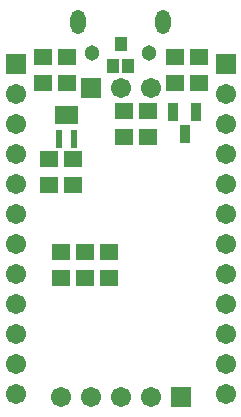
<source format=gbs>
G04*
G04 #@! TF.GenerationSoftware,Altium Limited,Altium Designer,22.5.1 (42)*
G04*
G04 Layer_Color=16711935*
%FSLAX44Y44*%
%MOMM*%
G71*
G04*
G04 #@! TF.SameCoordinates,DFEE975E-FB4D-4F5B-BE5F-A39223BB333C*
G04*
G04*
G04 #@! TF.FilePolarity,Negative*
G04*
G01*
G75*
%ADD14R,1.6032X1.4032*%
%ADD19C,1.7032*%
%ADD20R,1.7032X1.7032*%
%ADD21C,1.3032*%
%ADD22O,1.3032X2.0532*%
%ADD23R,1.7032X1.7032*%
%ADD52R,0.8532X1.5032*%
%ADD53R,0.6532X1.5532*%
%ADD54R,0.6032X1.5532*%
%ADD55R,1.0032X1.3032*%
D14*
X91440Y136320D02*
D03*
Y158320D02*
D03*
X167640Y301420D02*
D03*
Y323420D02*
D03*
X147320D02*
D03*
Y301420D02*
D03*
X104140Y277700D02*
D03*
Y255700D02*
D03*
X124460D02*
D03*
Y277700D02*
D03*
X60960Y237060D02*
D03*
Y215060D02*
D03*
X40640D02*
D03*
Y237060D02*
D03*
X55880Y323420D02*
D03*
Y301420D02*
D03*
X35560D02*
D03*
Y323420D02*
D03*
X50800Y136320D02*
D03*
Y158320D02*
D03*
X71120D02*
D03*
Y136320D02*
D03*
D19*
X127000Y35560D02*
D03*
X101600D02*
D03*
X76200D02*
D03*
X50800D02*
D03*
X127000Y297180D02*
D03*
X101600D02*
D03*
X190500Y190500D02*
D03*
Y215900D02*
D03*
Y241300D02*
D03*
Y266700D02*
D03*
Y139700D02*
D03*
Y165100D02*
D03*
Y292100D02*
D03*
Y114300D02*
D03*
Y88900D02*
D03*
Y63500D02*
D03*
Y38100D02*
D03*
X12700Y190500D02*
D03*
Y215900D02*
D03*
Y241300D02*
D03*
Y266700D02*
D03*
Y139700D02*
D03*
Y165100D02*
D03*
Y292100D02*
D03*
Y114300D02*
D03*
Y88900D02*
D03*
Y63500D02*
D03*
Y38100D02*
D03*
D20*
X152400Y35560D02*
D03*
X76200Y297180D02*
D03*
D21*
X77350Y326560D02*
D03*
X125850D02*
D03*
D22*
X137600Y353060D02*
D03*
X65600D02*
D03*
D23*
X190500Y317500D02*
D03*
X12700D02*
D03*
D52*
X146100Y276860D02*
D03*
X165100D02*
D03*
X155600Y257860D02*
D03*
D53*
X62380Y274660D02*
D03*
X49380D02*
D03*
X55880D02*
D03*
D54*
X62380Y253660D02*
D03*
X49380D02*
D03*
D55*
X101600Y334120D02*
D03*
X108100Y316120D02*
D03*
X95100D02*
D03*
M02*

</source>
